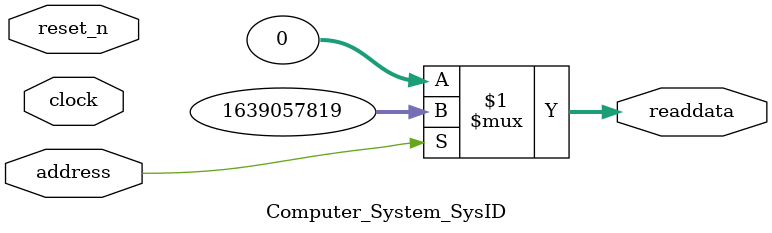
<source format=v>



// synthesis translate_off
`timescale 1ns / 1ps
// synthesis translate_on

// turn off superfluous verilog processor warnings 
// altera message_level Level1 
// altera message_off 10034 10035 10036 10037 10230 10240 10030 

module Computer_System_SysID (
               // inputs:
                address,
                clock,
                reset_n,

               // outputs:
                readdata
             )
;

  output  [ 31: 0] readdata;
  input            address;
  input            clock;
  input            reset_n;

  wire    [ 31: 0] readdata;
  //control_slave, which is an e_avalon_slave
  assign readdata = address ? 1639057819 : 0;

endmodule



</source>
